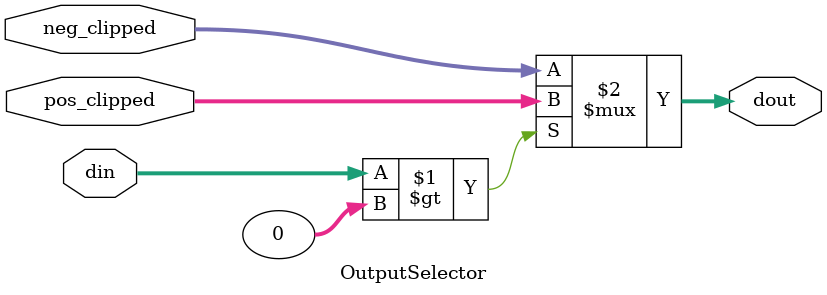
<source format=sv>
module SoftClipper #(parameter W=8, THRESH=8'hF0) (
    input [W-1:0] din,
    output [W-1:0] dout
);

    wire [W-1:0] pos_clipped;
    wire [W-1:0] neg_clipped;
    wire [W-1:0] final_out;

    PosClipper #(.W(W), .THRESH(THRESH)) pos_clip (
        .din(din),
        .dout(pos_clipped)
    );

    NegClipper #(.W(W), .THRESH(THRESH)) neg_clip (
        .din(din),
        .dout(neg_clipped)
    );

    OutputSelector #(.W(W)) out_sel (
        .din(din),
        .pos_clipped(pos_clipped),
        .neg_clipped(neg_clipped),
        .dout(final_out)
    );

    assign dout = final_out;

endmodule

module PosClipper #(parameter W=8, THRESH=8'hF0) (
    input [W-1:0] din,
    output [W-1:0] dout
);
    wire [W-1:0] diff;
    wire [W-1:0] half_diff;
    
    assign diff = din - THRESH;
    assign half_diff = diff >> 1;
    assign dout = (din > THRESH) ? THRESH + half_diff : din;
endmodule

module NegClipper #(parameter W=8, THRESH=8'hF0) (
    input [W-1:0] din,
    output [W-1:0] dout
);
    wire [W-1:0] diff;
    wire [W-1:0] half_diff;
    
    assign diff = -THRESH - din;
    assign half_diff = diff >> 1;
    assign dout = (din < -THRESH) ? -THRESH - half_diff : din;
endmodule

module OutputSelector #(parameter W=8) (
    input [W-1:0] din,
    input [W-1:0] pos_clipped,
    input [W-1:0] neg_clipped,
    output [W-1:0] dout
);
    assign dout = (din > 0) ? pos_clipped : neg_clipped;
endmodule
</source>
